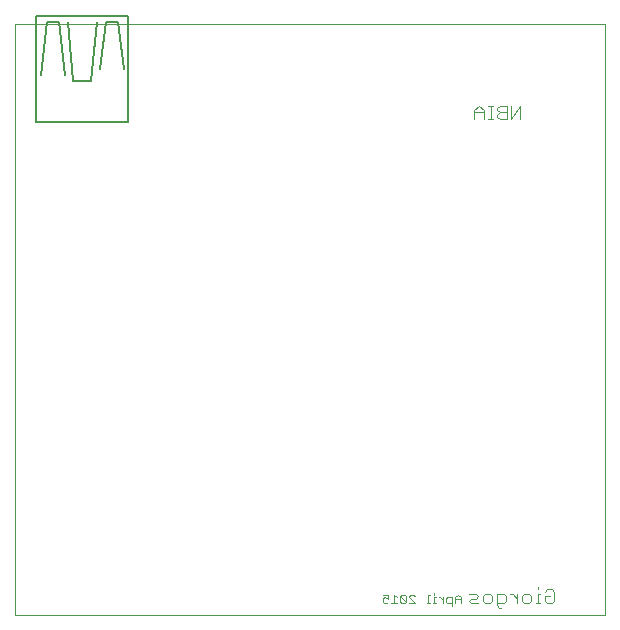
<source format=gbo>
G75*
G70*
%OFA0B0*%
%FSLAX24Y24*%
%IPPOS*%
%LPD*%
%AMOC8*
5,1,8,0,0,1.08239X$1,22.5*
%
%ADD10C,0.0000*%
%ADD11C,0.0040*%
%ADD12C,0.0030*%
%ADD13C,0.0050*%
D10*
X000181Y000181D02*
X000181Y019866D01*
X019866Y019866D01*
X019866Y000181D01*
X000181Y000181D01*
D11*
X015323Y000653D02*
X015399Y000576D01*
X015629Y000576D01*
X015553Y000730D02*
X015399Y000730D01*
X015323Y000653D01*
X015323Y000883D02*
X015553Y000883D01*
X015629Y000807D01*
X015553Y000730D01*
X015783Y000807D02*
X015860Y000883D01*
X016013Y000883D01*
X016090Y000807D01*
X016090Y000653D01*
X016013Y000576D01*
X015860Y000576D01*
X015783Y000653D01*
X015783Y000807D01*
X016243Y000883D02*
X016243Y000500D01*
X016320Y000423D01*
X016397Y000423D01*
X016474Y000576D02*
X016243Y000576D01*
X016474Y000576D02*
X016550Y000653D01*
X016550Y000807D01*
X016474Y000883D01*
X016243Y000883D01*
X016704Y000883D02*
X016780Y000883D01*
X016934Y000730D01*
X016934Y000883D02*
X016934Y000576D01*
X017087Y000653D02*
X017087Y000807D01*
X017164Y000883D01*
X017317Y000883D01*
X017394Y000807D01*
X017394Y000653D01*
X017317Y000576D01*
X017164Y000576D01*
X017087Y000653D01*
X017548Y000576D02*
X017701Y000576D01*
X017624Y000576D02*
X017624Y000883D01*
X017701Y000883D01*
X017855Y000807D02*
X018008Y000807D01*
X017855Y000807D02*
X017855Y000653D01*
X017931Y000576D01*
X018085Y000576D01*
X018161Y000653D01*
X018161Y000960D01*
X018085Y001037D01*
X017931Y001037D01*
X017855Y000960D01*
X017624Y001037D02*
X017624Y001114D01*
X017036Y016701D02*
X017036Y017162D01*
X016730Y016701D01*
X016730Y017162D01*
X016576Y017162D02*
X016346Y017162D01*
X016269Y017085D01*
X016269Y017008D01*
X016346Y016932D01*
X016576Y016932D01*
X016576Y017162D02*
X016576Y016701D01*
X016346Y016701D01*
X016269Y016778D01*
X016269Y016855D01*
X016346Y016932D01*
X016116Y017162D02*
X015962Y017162D01*
X016039Y017162D02*
X016039Y016701D01*
X016116Y016701D02*
X015962Y016701D01*
X015809Y016701D02*
X015809Y017008D01*
X015655Y017162D01*
X015502Y017008D01*
X015502Y016701D01*
X015502Y016932D02*
X015809Y016932D01*
D12*
X014945Y000862D02*
X014848Y000765D01*
X014848Y000571D01*
X014747Y000571D02*
X014602Y000571D01*
X014553Y000620D01*
X014553Y000717D01*
X014602Y000765D01*
X014747Y000765D01*
X014747Y000475D01*
X014848Y000717D02*
X015041Y000717D01*
X015041Y000765D02*
X014945Y000862D01*
X015041Y000765D02*
X015041Y000571D01*
X014452Y000571D02*
X014452Y000765D01*
X014355Y000765D02*
X014307Y000765D01*
X014355Y000765D02*
X014452Y000668D01*
X014207Y000571D02*
X014110Y000571D01*
X014158Y000571D02*
X014158Y000765D01*
X014207Y000765D01*
X014158Y000862D02*
X014158Y000910D01*
X014010Y000862D02*
X013962Y000862D01*
X013962Y000571D01*
X014010Y000571D02*
X013913Y000571D01*
X013519Y000571D02*
X013326Y000765D01*
X013326Y000813D01*
X013374Y000862D01*
X013471Y000862D01*
X013519Y000813D01*
X013519Y000571D02*
X013326Y000571D01*
X013224Y000620D02*
X013031Y000813D01*
X013031Y000620D01*
X013079Y000571D01*
X013176Y000571D01*
X013224Y000620D01*
X013224Y000813D01*
X013176Y000862D01*
X013079Y000862D01*
X013031Y000813D01*
X012930Y000765D02*
X012833Y000862D01*
X012833Y000571D01*
X012930Y000571D02*
X012736Y000571D01*
X012635Y000620D02*
X012587Y000571D01*
X012490Y000571D01*
X012442Y000620D01*
X012442Y000717D01*
X012490Y000765D01*
X012538Y000765D01*
X012635Y000717D01*
X012635Y000862D01*
X012442Y000862D01*
D13*
X003967Y016614D02*
X000896Y016614D01*
X000896Y020158D01*
X003967Y020158D01*
X003967Y016614D01*
X002727Y017992D02*
X002136Y017992D01*
X001939Y019961D01*
X001644Y019961D02*
X001841Y018189D01*
X001053Y018189D02*
X001250Y019961D01*
X001644Y019961D01*
X002924Y019961D02*
X002727Y017992D01*
X003022Y018386D02*
X003219Y019961D01*
X003613Y019961D01*
X003809Y018386D01*
M02*

</source>
